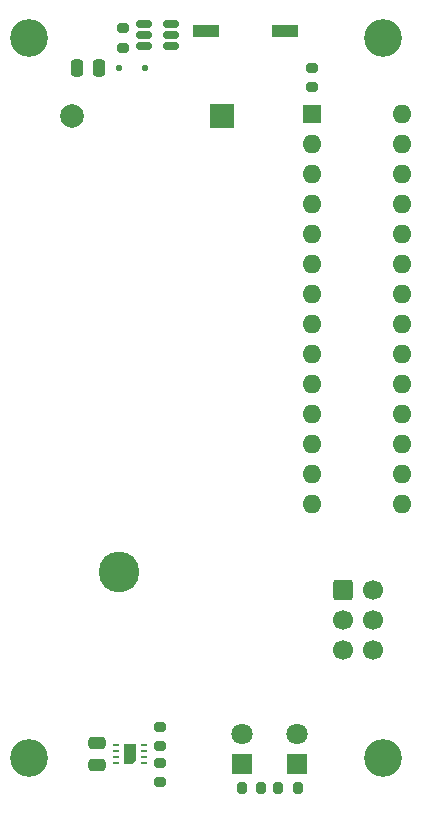
<source format=gbr>
%TF.GenerationSoftware,KiCad,Pcbnew,7.0.10*%
%TF.CreationDate,2024-01-08T16:26:41+01:00*%
%TF.ProjectId,mold_detect,6d6f6c64-5f64-4657-9465-63742e6b6963,rev?*%
%TF.SameCoordinates,Original*%
%TF.FileFunction,Soldermask,Top*%
%TF.FilePolarity,Negative*%
%FSLAX46Y46*%
G04 Gerber Fmt 4.6, Leading zero omitted, Abs format (unit mm)*
G04 Created by KiCad (PCBNEW 7.0.10) date 2024-01-08 16:26:41*
%MOMM*%
%LPD*%
G01*
G04 APERTURE LIST*
G04 Aperture macros list*
%AMRoundRect*
0 Rectangle with rounded corners*
0 $1 Rounding radius*
0 $2 $3 $4 $5 $6 $7 $8 $9 X,Y pos of 4 corners*
0 Add a 4 corners polygon primitive as box body*
4,1,4,$2,$3,$4,$5,$6,$7,$8,$9,$2,$3,0*
0 Add four circle primitives for the rounded corners*
1,1,$1+$1,$2,$3*
1,1,$1+$1,$4,$5*
1,1,$1+$1,$6,$7*
1,1,$1+$1,$8,$9*
0 Add four rect primitives between the rounded corners*
20,1,$1+$1,$2,$3,$4,$5,0*
20,1,$1+$1,$4,$5,$6,$7,0*
20,1,$1+$1,$6,$7,$8,$9,0*
20,1,$1+$1,$8,$9,$2,$3,0*%
%AMFreePoly0*
4,1,6,0.500000,-0.850000,-0.500000,-0.850000,-0.500000,0.550000,-0.200000,0.850000,0.500000,0.850000,0.500000,-0.850000,0.500000,-0.850000,$1*%
G04 Aperture macros list end*
%ADD10C,3.450000*%
%ADD11R,2.000000X2.000000*%
%ADD12C,2.000000*%
%ADD13RoundRect,0.200000X0.275000X-0.200000X0.275000X0.200000X-0.275000X0.200000X-0.275000X-0.200000X0*%
%ADD14R,0.550000X0.250000*%
%ADD15FreePoly0,180.000000*%
%ADD16C,3.200000*%
%ADD17RoundRect,0.200000X-0.275000X0.200000X-0.275000X-0.200000X0.275000X-0.200000X0.275000X0.200000X0*%
%ADD18R,1.800000X1.800000*%
%ADD19C,1.800000*%
%ADD20R,2.160000X1.120000*%
%ADD21RoundRect,0.250000X-0.600000X-0.600000X0.600000X-0.600000X0.600000X0.600000X-0.600000X0.600000X0*%
%ADD22C,1.700000*%
%ADD23RoundRect,0.125000X-0.125000X-0.125000X0.125000X-0.125000X0.125000X0.125000X-0.125000X0.125000X0*%
%ADD24RoundRect,0.200000X0.200000X0.275000X-0.200000X0.275000X-0.200000X-0.275000X0.200000X-0.275000X0*%
%ADD25RoundRect,0.150000X-0.512500X-0.150000X0.512500X-0.150000X0.512500X0.150000X-0.512500X0.150000X0*%
%ADD26R,1.600000X1.600000*%
%ADD27O,1.600000X1.600000*%
%ADD28RoundRect,0.200000X-0.200000X-0.275000X0.200000X-0.275000X0.200000X0.275000X-0.200000X0.275000X0*%
%ADD29RoundRect,0.250000X0.475000X-0.250000X0.475000X0.250000X-0.475000X0.250000X-0.475000X-0.250000X0*%
%ADD30RoundRect,0.250000X0.250000X0.475000X-0.250000X0.475000X-0.250000X-0.475000X0.250000X-0.475000X0*%
G04 APERTURE END LIST*
D10*
%TO.C,BT1*%
X89650000Y-128210000D03*
D11*
X98350000Y-89600000D03*
D12*
X85650000Y-89600000D03*
%TD*%
D13*
%TO.C,R3*%
X90000000Y-83825000D03*
X90000000Y-82175000D03*
%TD*%
D14*
%TO.C,U1*%
X91725000Y-144350000D03*
X91725000Y-143850000D03*
X91725000Y-143350000D03*
X91725000Y-142850000D03*
X89375000Y-142850000D03*
X89375000Y-143350000D03*
X89375000Y-143850000D03*
X89375000Y-144350000D03*
D15*
X90550000Y-143600000D03*
%TD*%
D13*
%TO.C,R6*%
X93075000Y-146000000D03*
X93075000Y-144350000D03*
%TD*%
D16*
%TO.C,H4*%
X112000000Y-83000000D03*
%TD*%
D17*
%TO.C,R5*%
X93075000Y-141300000D03*
X93075000Y-142950000D03*
%TD*%
%TO.C,R4*%
X106000000Y-85525000D03*
X106000000Y-87175000D03*
%TD*%
D18*
%TO.C,Red1*%
X100000000Y-144475000D03*
D19*
X100000000Y-141935000D03*
%TD*%
D20*
%TO.C,SW1*%
X96985000Y-82400000D03*
X103715000Y-82400000D03*
%TD*%
D18*
%TO.C,Blue1*%
X104700000Y-144475000D03*
D19*
X104700000Y-141935000D03*
%TD*%
D21*
%TO.C,J1*%
X108580000Y-129750000D03*
D22*
X111120000Y-129750000D03*
X108580000Y-132290000D03*
X111120000Y-132290000D03*
X108580000Y-134830000D03*
X111120000Y-134830000D03*
%TD*%
D23*
%TO.C,D1*%
X89600000Y-85500000D03*
X91800000Y-85500000D03*
%TD*%
D24*
%TO.C,R2*%
X104750000Y-146500000D03*
X103100000Y-146500000D03*
%TD*%
D16*
%TO.C,H1*%
X82000000Y-144000000D03*
%TD*%
D25*
%TO.C,U2*%
X91762500Y-81800000D03*
X91762500Y-82750000D03*
X91762500Y-83700000D03*
X94037500Y-83700000D03*
X94037500Y-82750000D03*
X94037500Y-81800000D03*
%TD*%
D16*
%TO.C,H2*%
X82000000Y-83000000D03*
%TD*%
%TO.C,H3*%
X112000000Y-144000000D03*
%TD*%
D26*
%TO.C,U3*%
X106000000Y-89460000D03*
D27*
X106000000Y-92000000D03*
X106000000Y-94540000D03*
X106000000Y-97080000D03*
X106000000Y-99620000D03*
X106000000Y-102160000D03*
X106000000Y-104700000D03*
X106000000Y-107240000D03*
X106000000Y-109780000D03*
X106000000Y-112320000D03*
X106000000Y-114860000D03*
X106000000Y-117400000D03*
X106000000Y-119940000D03*
X106000000Y-122480000D03*
X113620000Y-122480000D03*
X113620000Y-119940000D03*
X113620000Y-117400000D03*
X113620000Y-114860000D03*
X113620000Y-112320000D03*
X113620000Y-109780000D03*
X113620000Y-107240000D03*
X113620000Y-104700000D03*
X113620000Y-102160000D03*
X113620000Y-99620000D03*
X113620000Y-97080000D03*
X113620000Y-94540000D03*
X113620000Y-92000000D03*
X113620000Y-89460000D03*
%TD*%
D28*
%TO.C,R1*%
X100000000Y-146500000D03*
X101650000Y-146500000D03*
%TD*%
D29*
%TO.C,C1*%
X87775000Y-144590000D03*
X87775000Y-142690000D03*
%TD*%
D30*
%TO.C,C2*%
X87950000Y-85500000D03*
X86050000Y-85500000D03*
%TD*%
M02*

</source>
